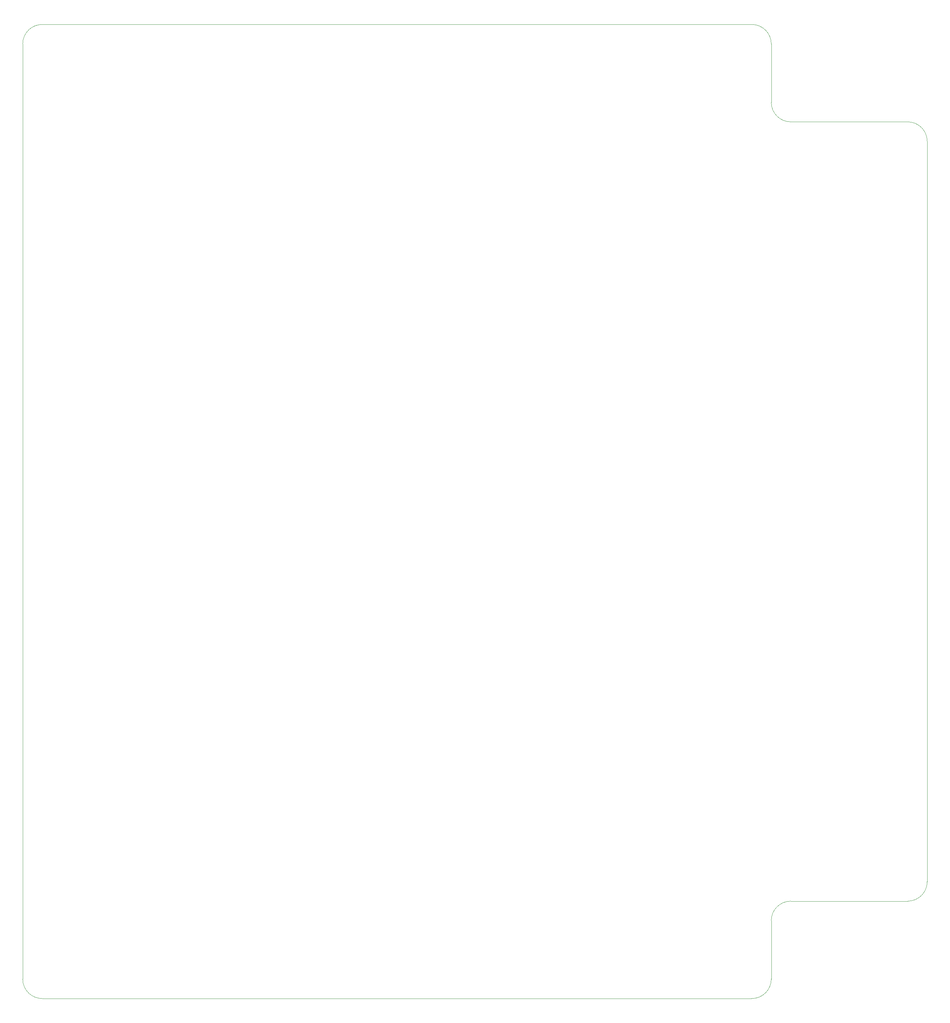
<source format=gm1>
G04*
G04 #@! TF.GenerationSoftware,Altium Limited,Altium Designer,22.10.1 (41)*
G04*
G04 Layer_Color=16711935*
%FSLAX43Y43*%
%MOMM*%
G71*
G04*
G04 #@! TF.SameCoordinates,B9F26087-2B66-42AB-B32E-372D1BB95FEE*
G04*
G04*
G04 #@! TF.FilePolarity,Positive*
G04*
G01*
G75*
%ADD364C,0.050*%
D364*
X0Y5000D02*
G03*
X5000Y0I5000J0D01*
G01*
X187000Y0D02*
G03*
X192000Y5000I0J5000D01*
G01*
X197000Y25000D02*
G03*
X192000Y20000I0J-5000D01*
G01*
X227000Y25000D02*
G03*
X232000Y30000I0J5000D01*
G01*
X232000Y220000D02*
G03*
X227000Y225000I-5000J0D01*
G01*
X192000Y230000D02*
G03*
X197000Y225000I5000J0D01*
G01*
X192000Y245000D02*
G03*
X187000Y250000I-5000J0D01*
G01*
X5000Y250000D02*
G03*
X0Y245000I0J-5000D01*
G01*
X-0D02*
X0Y5000D01*
X5000Y250000D02*
X187000D01*
X192000Y230000D02*
Y245000D01*
X197000Y225000D02*
X227000Y225000D01*
X232000Y220000D02*
X232000Y30000D01*
X197000Y25000D02*
X227000Y25000D01*
X192000Y5000D02*
Y20000D01*
X5000Y0D02*
X187000D01*
M02*

</source>
